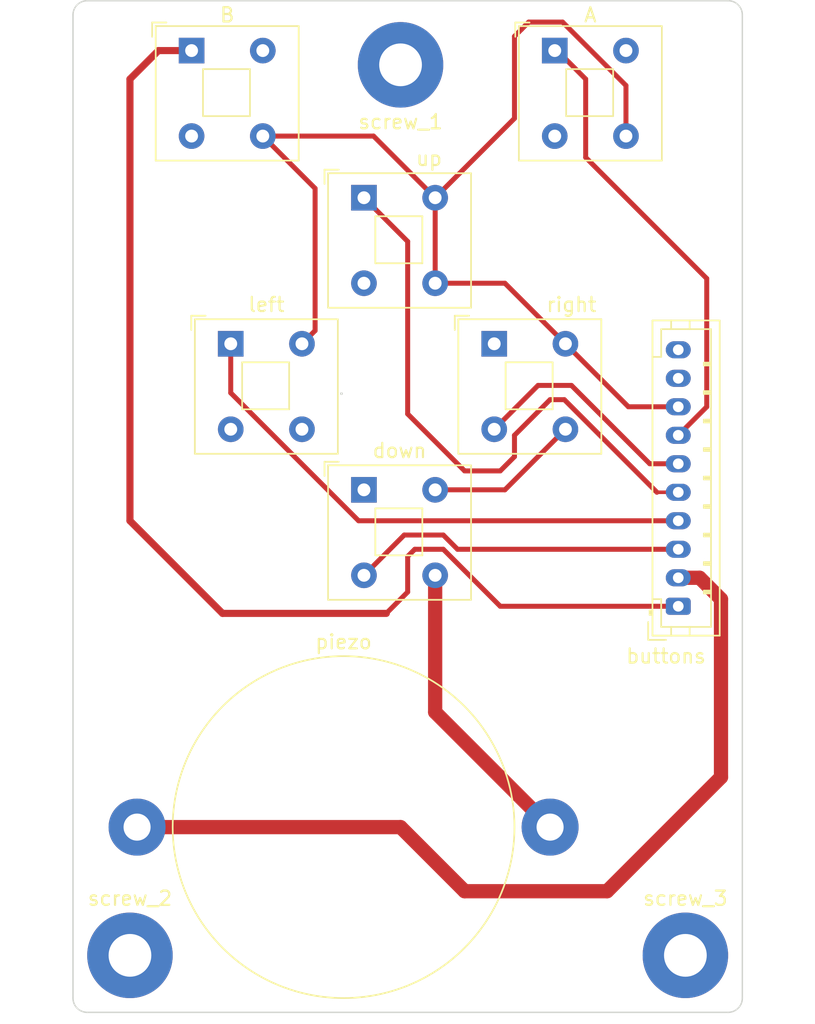
<source format=kicad_pcb>
(kicad_pcb (version 20211014) (generator pcbnew)
  (layers (0 "F.Cu" signal) (31 "B.Cu" signal) (34 "B.Paste" user) (35 "F.Paste" user) (36 "B.SilkS" user "B.Silkscreen") (37 "F.SilkS" user "F.Silkscreen") (38 "B.Mask" user) (39 "F.Mask" user) (44 "Edge.Cuts" user))
  (net 0 "")
  (net 1 "Net-(A1-Pad1)")
  (net 4 "Net-(B1-Pad1)")
  (net 8 "Net-(Down1-Pad2)")
  (net 9 "Net-(Down1-Pad3)")
  (net 10 "Net-(Left1-Pad1)")
  (net 12 "Net-(Tlacitka1-Pad2)")
  (net 14 "Net-(Right1-Pad3)")
  (net 15 "Net-(Up1-Pad1)")
  (net 19 "Net-(Piezo1-Pad1)")
  (net 20 "Net-(A1-Pad4)")
  (footprint "MountingHole:MountingHole_3mm_Pad" (layer "F.Cu") (at 133 65)
    (fp_text reference "screw_1" (at 0 4) (layer "F.SilkS"))
    (fp_text value "MountingHole_3mm_Pad")
    (pad "1" thru_hole circle (at 0 0) (size 6 6) (drill 3) (layers *.Cu *.Mask))
  )
  (footprint "Button_Switch_THT:SW_Push_2P1T_Toggle_CK_PVA1xxH1xxxxxxV2" (layer "F.Cu") (at 121.0775 84.5775)
    (fp_text reference "left" (at 2.5 -2.75) (layer "F.SilkS"))
    (fp_text value "SW_Push_Dual")
    (fp_line (start 7.52 7.72) (end -2.52 7.72) (layer "F.SilkS") (width 0.12))
    (fp_line (start 7.52 -1.72) (end -2.52 -1.72) (layer "F.SilkS") (width 0.12))
    (fp_line (start 4.1 1.3) (end 0.8 1.3) (layer "F.SilkS") (width 0.12))
    (fp_line (start 0.8 1.3) (end 0.8 4.6) (layer "F.SilkS") (width 0.12))
    (fp_line (start -2.52 7.72) (end -2.52 -1.72) (layer "F.SilkS") (width 0.12))
    (fp_line (start 7.52 7.72) (end 7.52 -1.72) (layer "F.SilkS") (width 0.12))
    (fp_line (start -2.77 -0.97) (end -2.77 -1.97) (layer "F.SilkS") (width 0.12))
    (fp_line (start 4.1 1.3) (end 4.1 4.6) (layer "F.SilkS") (width 0.12))
    (fp_line (start 4.1 4.6) (end 0.8 4.6) (layer "F.SilkS") (width 0.12))
    (fp_line (start -1.77 -1.97) (end -2.77 -1.97) (layer "F.SilkS") (width 0.12))
    (pad "1" thru_hole rect (at 0 0) (size 1.8 1.8) (drill 0.9) (layers *.Cu *.Mask) (net 10 "Net-(Left1-Pad1)"))
    (pad "2" thru_hole circle (at 5 0) (size 1.8 1.8) (drill 0.9) (layers *.Cu *.Mask) (net 20 "Net-(A1-Pad4)"))
    (pad "3" thru_hole circle (at 0 6) (size 1.8 1.8) (drill 0.9) (layers *.Cu *.Mask))
    (pad "4" thru_hole circle (at 5 6) (size 1.8 1.8) (drill 0.9) (layers *.Cu *.Mask))
  )
  (footprint "Button_Switch_THT:SW_Push_2P1T_Toggle_CK_PVA1xxH1xxxxxxV2" (layer "F.Cu") (at 118.328 64)
    (fp_text reference "B" (at 2.5 -2.5) (layer "F.SilkS"))
    (fp_text value "SW_Push_Dual")
    (fp_line (start -1.77 -1.97) (end -2.77 -1.97) (layer "F.SilkS") (width 0.12))
    (fp_line (start 7.52 -1.72) (end -2.52 -1.72) (layer "F.SilkS") (width 0.12))
    (fp_line (start 4.1 1.3) (end 0.8 1.3) (layer "F.SilkS") (width 0.12))
    (fp_line (start 7.52 7.72) (end 7.52 -1.72) (layer "F.SilkS") (width 0.12))
    (fp_line (start 0.8 1.3) (end 0.8 4.6) (layer "F.SilkS") (width 0.12))
    (fp_line (start 4.1 1.3) (end 4.1 4.6) (layer "F.SilkS") (width 0.12))
    (fp_line (start -2.52 7.72) (end -2.52 -1.72) (layer "F.SilkS") (width 0.12))
    (fp_line (start -2.77 -0.97) (end -2.77 -1.97) (layer "F.SilkS") (width 0.12))
    (fp_line (start 4.1 4.6) (end 0.8 4.6) (layer "F.SilkS") (width 0.12))
    (fp_line (start 7.52 7.72) (end -2.52 7.72) (layer "F.SilkS") (width 0.12))
    (pad "1" thru_hole rect (at 0 0) (size 1.8 1.8) (drill 0.9) (layers *.Cu *.Mask) (net 4 "Net-(B1-Pad1)"))
    (pad "2" thru_hole circle (at 5 0) (size 1.8 1.8) (drill 0.9) (layers *.Cu *.Mask))
    (pad "3" thru_hole circle (at 0 6) (size 1.8 1.8) (drill 0.9) (layers *.Cu *.Mask))
    (pad "4" thru_hole circle (at 5 6) (size 1.8 1.8) (drill 0.9) (layers *.Cu *.Mask) (net 20 "Net-(A1-Pad4)"))
  )
  (footprint "Button_Switch_THT:SW_Push_2P1T_Toggle_CK_PVA1xxH1xxxxxxV2" (layer "F.Cu") (at 139.5775 84.5775)
    (fp_text reference "right" (at 5.4225 -2.75) (layer "F.SilkS"))
    (fp_text value "SW_Push_Dual")
    (fp_line (start -2.77 -0.97) (end -2.77 -1.97) (layer "F.SilkS") (width 0.12))
    (fp_line (start 4.1 1.3) (end 0.8 1.3) (layer "F.SilkS") (width 0.12))
    (fp_line (start 7.52 7.72) (end 7.52 -1.72) (layer "F.SilkS") (width 0.12))
    (fp_line (start -1.77 -1.97) (end -2.77 -1.97) (layer "F.SilkS") (width 0.12))
    (fp_line (start 7.52 -1.72) (end -2.52 -1.72) (layer "F.SilkS") (width 0.12))
    (fp_line (start 4.1 1.3) (end 4.1 4.6) (layer "F.SilkS") (width 0.12))
    (fp_line (start 7.52 7.72) (end -2.52 7.72) (layer "F.SilkS") (width 0.12))
    (fp_line (start -2.52 7.72) (end -2.52 -1.72) (layer "F.SilkS") (width 0.12))
    (fp_line (start 4.1 4.6) (end 0.8 4.6) (layer "F.SilkS") (width 0.12))
    (fp_line (start 0.8 1.3) (end 0.8 4.6) (layer "F.SilkS") (width 0.12))
    (pad "1" thru_hole rect (at 0 0) (size 1.8 1.8) (drill 0.9) (layers *.Cu *.Mask))
    (pad "2" thru_hole circle (at 5 0) (size 1.8 1.8) (drill 0.9) (layers *.Cu *.Mask) (net 20 "Net-(A1-Pad4)"))
    (pad "3" thru_hole circle (at 0 6) (size 1.8 1.8) (drill 0.9) (layers *.Cu *.Mask) (net 14 "Net-(Right1-Pad3)"))
    (pad "4" thru_hole circle (at 5 6) (size 1.8 1.8) (drill 0.9) (layers *.Cu *.Mask) (net 8 "Net-(Down1-Pad2)"))
  )
  (footprint "urx_0_5_library:Piezo_KPEG110" (layer "F.Cu") (at 129 118.5)
    (fp_text reference "piezo" (at 0 -13 unlocked) (layer "F.SilkS"))
    (fp_text value "Piezo_KPEG110")
    (fp_circle (center 0 0) (end 0 -12) (layer "F.SilkS") (width 0.12) (fill none))
    (pad "1" thru_hole circle (at 14.5 0) (size 4 4) (drill 1.9) (layers *.Cu *.Mask) (net 19 "Net-(Piezo1-Pad1)"))
    (pad "2" thru_hole circle (at -14.5 0) (size 4 4) (drill 1.9) (layers *.Cu *.Mask) (net 12 "Net-(Tlacitka1-Pad2)"))
  )
  (footprint "MountingHole:MountingHole_3mm_Pad" (layer "F.Cu") (at 153 127.5)
    (fp_text reference "screw_3" (at 0 -4) (layer "F.SilkS"))
    (fp_text value "MountingHole_3mm_Pad")
    (pad "1" thru_hole circle (at 0 0) (size 6 6) (drill 3) (layers *.Cu *.Mask))
  )
  (footprint "Button_Switch_THT:SW_Push_2P1T_Toggle_CK_PVA1xxH1xxxxxxV2" (layer "F.Cu") (at 130.4305 94.8275)
    (fp_text reference "down" (at 2.5 -2.75) (layer "F.SilkS"))
    (fp_text value "SW_Push_Dual")
    (fp_line (start 7.52 7.72) (end -2.52 7.72) (layer "F.SilkS") (width 0.12))
    (fp_line (start 4.1 1.3) (end 0.8 1.3) (layer "F.SilkS") (width 0.12))
    (fp_line (start 4.1 1.3) (end 4.1 4.6) (layer "F.SilkS") (width 0.12))
    (fp_line (start -1.77 -1.97) (end -2.77 -1.97) (layer "F.SilkS") (width 0.12))
    (fp_line (start 4.1 4.6) (end 0.8 4.6) (layer "F.SilkS") (width 0.12))
    (fp_line (start -2.77 -0.97) (end -2.77 -1.97) (layer "F.SilkS") (width 0.12))
    (fp_line (start 7.52 7.72) (end 7.52 -1.72) (layer "F.SilkS") (width 0.12))
    (fp_line (start -2.52 7.72) (end -2.52 -1.72) (layer "F.SilkS") (width 0.12))
    (fp_line (start 0.8 1.3) (end 0.8 4.6) (layer "F.SilkS") (width 0.12))
    (fp_line (start 7.52 -1.72) (end -2.52 -1.72) (layer "F.SilkS") (width 0.12))
    (pad "1" thru_hole rect (at 0 0) (size 1.8 1.8) (drill 0.9) (layers *.Cu *.Mask))
    (pad "2" thru_hole circle (at 5 0) (size 1.8 1.8) (drill 0.9) (layers *.Cu *.Mask) (net 8 "Net-(Down1-Pad2)"))
    (pad "3" thru_hole circle (at 0 6) (size 1.8 1.8) (drill 0.9) (layers *.Cu *.Mask) (net 9 "Net-(Down1-Pad3)"))
    (pad "4" thru_hole circle (at 5 6) (size 1.8 1.8) (drill 0.9) (layers *.Cu *.Mask) (net 19 "Net-(Piezo1-Pad1)"))
  )
  (footprint "Button_Switch_THT:SW_Push_2P1T_Toggle_CK_PVA1xxH1xxxxxxV2" (layer "F.Cu") (at 130.4305 74.3275)
    (fp_text reference "up" (at 4.5695 -2.75) (layer "F.SilkS"))
    (fp_text value "SW_Push_Dual")
    (fp_line (start 4.1 1.3) (end 4.1 4.6) (layer "F.SilkS") (width 0.12))
    (fp_line (start 0.8 1.3) (end 0.8 4.6) (layer "F.SilkS") (width 0.12))
    (fp_line (start 7.52 7.72) (end -2.52 7.72) (layer "F.SilkS") (width 0.12))
    (fp_line (start 7.52 -1.72) (end -2.52 -1.72) (layer "F.SilkS") (width 0.12))
    (fp_line (start 7.52 7.72) (end 7.52 -1.72) (layer "F.SilkS") (width 0.12))
    (fp_line (start -2.77 -0.97) (end -2.77 -1.97) (layer "F.SilkS") (width 0.12))
    (fp_line (start 4.1 4.6) (end 0.8 4.6) (layer "F.SilkS") (width 0.12))
    (fp_line (start 4.1 1.3) (end 0.8 1.3) (layer "F.SilkS") (width 0.12))
    (fp_line (start -2.52 7.72) (end -2.52 -1.72) (layer "F.SilkS") (width 0.12))
    (fp_line (start -1.77 -1.97) (end -2.77 -1.97) (layer "F.SilkS") (width 0.12))
    (pad "1" thru_hole rect (at 0 0) (size 1.8 1.8) (drill 0.9) (layers *.Cu *.Mask) (net 15 "Net-(Up1-Pad1)"))
    (pad "2" thru_hole circle (at 5 0) (size 1.8 1.8) (drill 0.9) (layers *.Cu *.Mask) (net 20 "Net-(A1-Pad4)"))
    (pad "3" thru_hole circle (at 0 6) (size 1.8 1.8) (drill 0.9) (layers *.Cu *.Mask))
    (pad "4" thru_hole circle (at 5 6) (size 1.8 1.8) (drill 0.9) (layers *.Cu *.Mask) (net 20 "Net-(A1-Pad4)"))
  )
  (footprint "Button_Switch_THT:SW_Push_2P1T_Toggle_CK_PVA1xxH1xxxxxxV2" (layer "F.Cu") (at 143.828 64)
    (fp_text reference "A" (at 2.5 -2.5) (layer "F.SilkS"))
    (fp_text value "SW_Push_Dual")
    (fp_line (start 4.1 1.3) (end 4.1 4.6) (layer "F.SilkS") (width 0.12))
    (fp_line (start 0.8 1.3) (end 0.8 4.6) (layer "F.SilkS") (width 0.12))
    (fp_line (start 4.1 4.6) (end 0.8 4.6) (layer "F.SilkS") (width 0.12))
    (fp_line (start 7.52 7.72) (end 7.52 -1.72) (layer "F.SilkS") (width 0.12))
    (fp_line (start 4.1 1.3) (end 0.8 1.3) (layer "F.SilkS") (width 0.12))
    (fp_line (start -2.77 -0.97) (end -2.77 -1.97) (layer "F.SilkS") (width 0.12))
    (fp_line (start -1.77 -1.97) (end -2.77 -1.97) (layer "F.SilkS") (width 0.12))
    (fp_line (start 7.52 7.72) (end -2.52 7.72) (layer "F.SilkS") (width 0.12))
    (fp_line (start 7.52 -1.72) (end -2.52 -1.72) (layer "F.SilkS") (width 0.12))
    (fp_line (start -2.52 7.72) (end -2.52 -1.72) (layer "F.SilkS") (width 0.12))
    (pad "1" thru_hole rect (at 0 0) (size 1.8 1.8) (drill 0.9) (layers *.Cu *.Mask) (net 1 "Net-(A1-Pad1)"))
    (pad "2" thru_hole circle (at 5 0) (size 1.8 1.8) (drill 0.9) (layers *.Cu *.Mask))
    (pad "3" thru_hole circle (at 0 6) (size 1.8 1.8) (drill 0.9) (layers *.Cu *.Mask))
    (pad "4" thru_hole circle (at 5 6) (size 1.8 1.8) (drill 0.9) (layers *.Cu *.Mask) (net 20 "Net-(A1-Pad4)"))
  )
  (footprint "MountingHole:MountingHole_3mm_Pad" (layer "F.Cu") (at 114 127.5)
    (fp_text reference "screw_2" (at 0 -4) (layer "F.SilkS"))
    (fp_text value "MountingHole_3mm_Pad")
    (pad "1" thru_hole circle (at 0 0) (size 6 6) (drill 3) (layers *.Cu *.Mask))
  )
  (footprint "Connector_JST:JST_PH_B10B-PH-K_1x10_P2.00mm_Vertical" (layer "F.Cu") (at 152.5 103 90)
    (fp_text reference "buttons" (at -3.5 -0.86 180) (layer "F.SilkS"))
    (fp_text value "10_pin")
    (fp_line (start 19.45 2.3) (end 19.45 -1.2) (layer "F.SilkS") (width 0.12))
    (fp_line (start -0.3 -1.81) (end -0.3 -2.01) (layer "F.SilkS") (width 0.12))
    (fp_line (start 8.9 2.3) (end 8.9 1.8) (layer "F.SilkS") (width 0.12))
    (fp_line (start 20.06 -0.5) (end 19.45 -0.5) (layer "F.SilkS") (width 0.12))
    (fp_line (start 3.1 1.8) (end 3.1 2.3) (layer "F.SilkS") (width 0.12))
    (fp_line (start 15.1 1.8) (end 15.1 2.3) (layer "F.SilkS") (width 0.12))
    (fp_line (start -2.36 -2.11) (end -2.36 -0.86) (layer "F.SilkS") (width 0.12))
    (fp_line (start 14.9 1.8) (end 15.1 1.8) (layer "F.SilkS") (width 0.12))
    (fp_line (start -0.6 -2.01) (end -0.6 -1.81) (layer "F.SilkS") (width 0.12))
    (fp_line (start 9.1 1.8) (end 9.1 2.3) (layer "F.SilkS") (width 0.12))
    (fp_line (start 7 2.3) (end 7 1.8) (layer "F.SilkS") (width 0.12))
    (fp_line (start 17.1 1.8) (end 17.1 2.3) (layer "F.SilkS") (width 0.12))
    (fp_line (start 1.1 1.8) (end 1.1 2.3) (layer "F.SilkS") (width 0.12))
    (fp_line (start 16.9 1.8) (end 17.1 1.8) (layer "F.SilkS") (width 0.12))
    (fp_line (start 16.9 2.3) (end 16.9 1.8) (layer "F.SilkS") (width 0.12))
    (fp_line (start -2.06 -1.81) (end -2.06 2.91) (layer "F.SilkS") (width 0.12))
    (fp_line (start -2.06 2.91) (end 20.06 2.91) (layer "F.SilkS") (width 0.12))
    (fp_line (start 6.9 2.3) (end 6.9 1.8) (layer "F.SilkS") (width 0.12))
    (fp_line (start 0.9 2.3) (end 0.9 1.8) (layer "F.SilkS") (width 0.12))
    (fp_line (start 10.9 2.3) (end 10.9 1.8) (layer "F.SilkS") (width 0.12))
    (fp_line (start -0.3 -2.01) (end -0.6 -2.01) (layer "F.SilkS") (width 0.12))
    (fp_line (start 7.1 1.8) (end 7.1 2.3) (layer "F.SilkS") (width 0.12))
    (fp_line (start -1.45 -1.2) (end -1.45 2.3) (layer "F.SilkS") (width 0.12))
    (fp_line (start 2.9 1.8) (end 3.1 1.8) (layer "F.SilkS") (width 0.12))
    (fp_line (start 4.9 1.8) (end 5.1 1.8) (layer "F.SilkS") (width 0.12))
    (fp_line (start 5.1 1.8) (end 5.1 2.3) (layer "F.SilkS") (width 0.12))
    (fp_line (start 17.5 -1.2) (end 17.5 -1.81) (layer "F.SilkS") (width 0.12))
    (fp_line (start 8.9 1.8) (end 9.1 1.8) (layer "F.SilkS") (width 0.12))
    (fp_line (start -0.3 -1.91) (end -0.6 -1.91) (layer "F.SilkS") (width 0.12))
    (fp_line (start 3 2.3) (end 3 1.8) (layer "F.SilkS") (width 0.12))
    (fp_line (start 19.45 -1.2) (end 17.5 -1.2) (layer "F.SilkS") (width 0.12))
    (fp_line (start 11 2.3) (end 11 1.8) (layer "F.SilkS") (width 0.12))
    (fp_line (start 20.06 0.8) (end 19.45 0.8) (layer "F.SilkS") (width 0.12))
    (fp_line (start 6.9 1.8) (end 7.1 1.8) (layer "F.SilkS") (width 0.12))
    (fp_line (start 0.9 1.8) (end 1.1 1.8) (layer "F.SilkS") (width 0.12))
    (fp_line (start -1.45 2.3) (end 19.45 2.3) (layer "F.SilkS") (width 0.12))
    (fp_line (start -2.06 0.8) (end -1.45 0.8) (layer "F.SilkS") (width 0.12))
    (fp_line (start 1 2.3) (end 1 1.8) (layer "F.SilkS") (width 0.12))
    (fp_line (start 14.9 2.3) (end 14.9 1.8) (layer "F.SilkS") (width 0.12))
    (fp_line (start 13 2.3) (end 13 1.8) (layer "F.SilkS") (width 0.12))
    (fp_line (start 0.5 -1.2) (end -1.45 -1.2) (layer "F.SilkS") (width 0.12))
    (fp_line (start 13.1 1.8) (end 13.1 2.3) (layer "F.SilkS") (width 0.12))
    (fp_line (start 11.1 1.8) (end 11.1 2.3) (layer "F.SilkS") (width 0.12))
    (fp_line (start -2.06 -0.5) (end -1.45 -0.5) (layer "F.SilkS") (width 0.12))
    (fp_line (start 9 2.3) (end 9 1.8) (layer "F.SilkS") (width 0.12))
    (fp_line (start 0.5 -1.81) (end 0.5 -1.2) (layer "F.SilkS") (width 0.12))
    (fp_line (start 17 2.3) (end 17 1.8) (layer "F.SilkS") (width 0.12))
    (fp_line (start -1.11 -2.11) (end -2.36 -2.11) (layer "F.SilkS") (width 0.12))
    (fp_line (start 10.9 1.8) (end 11.1 1.8) (layer "F.SilkS") (width 0.12))
    (fp_line (start 12.9 2.3) (end 12.9 1.8) (layer "F.SilkS") (width 0.12))
    (fp_line (start 4.9 2.3) (end 4.9 1.8) (layer "F.SilkS") (width 0.12))
    (fp_line (start 20.06 -1.81) (end -2.06 -1.81) (layer "F.SilkS") (width 0.12))
    (fp_line (start 2.9 2.3) (end 2.9 1.8) (layer "F.SilkS") (width 0.12))
    (fp_line (start 5 2.3) (end 5 1.8) (layer "F.SilkS") (width 0.12))
    (fp_line (start 15 2.3) (end 15 1.8) (layer "F.SilkS") (width 0.12))
    (fp_line (start 20.06 2.91) (end 20.06 -1.81) (layer "F.SilkS") (width 0.12))
    (fp_line (start 12.9 1.8) (end 13.1 1.8) (layer "F.SilkS") (width 0.12))
    (pad "1" thru_hole roundrect (at 0 0 90) (size 1.2 1.75) (drill 0.75) (layers *.Cu *.Mask) (roundrect_rratio 0.2083333333) (net 4 "Net-(B1-Pad1)"))
    (pad "2" thru_hole oval (at 2 0 90) (size 1.2 1.75) (drill 0.75) (layers *.Cu *.Mask) (net 12 "Net-(Tlacitka1-Pad2)"))
    (pad "3" thru_hole oval (at 4 0 90) (size 1.2 1.75) (drill 0.75) (layers *.Cu *.Mask) (net 9 "Net-(Down1-Pad3)"))
    (pad "4" thru_hole oval (at 6 0 90) (size 1.2 1.75) (drill 0.75) (layers *.Cu *.Mask) (net 10 "Net-(Left1-Pad1)"))
    (pad "5" thru_hole oval (at 8 0 90) (size 1.2 1.75) (drill 0.75) (layers *.Cu *.Mask) (net 15 "Net-(Up1-Pad1)"))
    (pad "6" thru_hole oval (at 10 0 90) (size 1.2 1.75) (drill 0.75) (layers *.Cu *.Mask) (net 14 "Net-(Right1-Pad3)"))
    (pad "7" thru_hole oval (at 12 0 90) (size 1.2 1.75) (drill 0.75) (layers *.Cu *.Mask) (net 1 "Net-(A1-Pad1)"))
    (pad "8" thru_hole oval (at 14 0 90) (size 1.2 1.75) (drill 0.75) (layers *.Cu *.Mask) (net 20 "Net-(A1-Pad4)"))
    (pad "9" thru_hole oval (at 16 0 90) (size 1.2 1.75) (drill 0.75) (layers *.Cu *.Mask))
    (pad "10" thru_hole oval (at 18 0 90) (size 1.2 1.75) (drill 0.75) (layers *.Cu *.Mask))
  )
  (gr_circle (center 128.8525 88.0775) (end 128.8525 88.0775) (layer "Edge.Cuts") (width 0.1) (fill none))
  (gr_line (start 110 61.5) (end 110 130.5) (layer "Edge.Cuts") (width 0.1))
  (gr_arc (start 111 131.5) (mid 110.292893 131.207107) (end 110 130.5) (layer "Edge.Cuts") (width 0.1))
  (gr_line (start 157 130.5) (end 157 61.5) (layer "Edge.Cuts") (width 0.1))
  (gr_arc (start 110 61.5) (mid 110.292893 60.792893) (end 111 60.5) (layer "Edge.Cuts") (width 0.1))
  (gr_arc (start 156 60.5) (mid 156.707107 60.792893) (end 157 61.5) (layer "Edge.Cuts") (width 0.1))
  (gr_arc (start 157 130.5) (mid 156.707107 131.207107) (end 156 131.5) (layer "Edge.Cuts") (width 0.1))
  (gr_line (start 156 60.5) (end 111 60.5) (layer "Edge.Cuts") (width 0.1))
  (gr_line (start 111 131.5) (end 156 131.5) (layer "Edge.Cuts") (width 0.1))
  (segment (start 152.5 91) (end 154.5 89) (width 0.35) (layer "F.Cu") (net 1))
  (segment (start 146 71.5) (end 154.5 80) (width 0.35) (layer "F.Cu") (net 1))
  (segment (start 154.5 89) (end 154.5 80) (width 0.35) (layer "F.Cu") (net 1))
  (segment (start 146 71.5) (end 146 66) (width 0.35) (layer "F.Cu") (net 1))
  (segment (start 144 64) (end 143.828 64) (width 0.35) (layer "F.Cu") (net 1))
  (segment (start 146 66) (end 144 64) (width 0.35) (layer "F.Cu") (net 1))
  (segment (start 120.5 103.5) (end 132 103.5) (width 0.5) (layer "F.Cu") (net 4))
  (segment (start 140 103) (end 152.5 103) (width 0.35) (layer "F.Cu") (net 4))
  (segment (start 118.328 64) (end 116 64) (width 0.5) (layer "F.Cu") (net 4))
  (segment (start 116 64) (end 114 66) (width 0.5) (layer "F.Cu") (net 4))
  (segment (start 133.5 102) (end 133.5 99.5) (width 0.35) (layer "F.Cu") (net 4))
  (segment (start 136 99) (end 140 103) (width 0.35) (layer "F.Cu") (net 4))
  (segment (start 132 103.5) (end 133.5 102) (width 0.35) (layer "F.Cu") (net 4))
  (segment (start 134 99) (end 136 99) (width 0.35) (layer "F.Cu") (net 4))
  (segment (start 133.5 99.5) (end 134 99) (width 0.35) (layer "F.Cu") (net 4))
  (segment (start 114 97) (end 114 66) (width 0.5) (layer "F.Cu") (net 4))
  (segment (start 114 97) (end 120.5 103.5) (width 0.5) (layer "F.Cu") (net 4))
  (segment (start 135.4305 94.8275) (end 140.3275 94.8275) (width 0.35) (layer "F.Cu") (net 8))
  (segment (start 140.3275 94.8275) (end 144.5775 90.5775) (width 0.35) (layer "F.Cu") (net 8))
  (segment (start 152.5 99) (end 137 99) (width 0.35) (layer "F.Cu") (net 9))
  (segment (start 136 98) (end 133.258 98) (width 0.35) (layer "F.Cu") (net 9))
  (segment (start 137 99) (end 136 98) (width 0.35) (layer "F.Cu") (net 9))
  (segment (start 133.258 98) (end 130.4305 100.8275) (width 0.35) (layer "F.Cu") (net 9))
  (segment (start 130.053978 97) (end 152.5 97) (width 0.35) (layer "F.Cu") (net 10))
  (segment (start 121.0775 88.023522) (end 130.053978 97) (width 0.35) (layer "F.Cu") (net 10))
  (segment (start 121.0775 84.5775) (end 121.0775 88.023522) (width 0.35) (layer "F.Cu") (net 10))
  (segment (start 155.5 102.5) (end 154 101) (width 1) (layer "F.Cu") (net 12))
  (segment (start 137.5 123) (end 147.5 123) (width 1) (layer "F.Cu") (net 12))
  (segment (start 155.5 115) (end 155.5 102.5) (width 1) (layer "F.Cu") (net 12))
  (segment (start 133 118.5) (end 137.5 123) (width 1) (layer "F.Cu") (net 12))
  (segment (start 154 101) (end 152.5 101) (width 1) (layer "F.Cu") (net 12))
  (segment (start 147.5 123) (end 155.5 115) (width 1) (layer "F.Cu") (net 12))
  (segment (start 114.5 118.5) (end 133 118.5) (width 1) (layer "F.Cu") (net 12))
  (segment (start 152.5 93) (end 150.5 93) (width 0.35) (layer "F.Cu") (net 14))
  (segment (start 142.655 87.5) (end 139.5775 90.5775) (width 0.35) (layer "F.Cu") (net 14))
  (segment (start 150.5 93) (end 145 87.5) (width 0.35) (layer "F.Cu") (net 14))
  (segment (start 145 87.5) (end 142.655 87.5) (width 0.35) (layer "F.Cu") (net 14))
  (segment (start 151 95) (end 144.5 88.5) (width 0.35) (layer "F.Cu") (net 15))
  (segment (start 140 93.5) (end 137.5 93.5) (width 0.35) (layer "F.Cu") (net 15))
  (segment (start 143.5 88.5) (end 141 91) (width 0.35) (layer "F.Cu") (net 15))
  (segment (start 141 92.5) (end 140 93.5) (width 0.35) (layer "F.Cu") (net 15))
  (segment (start 133.5 89.5) (end 133.5 77.397) (width 0.35) (layer "F.Cu") (net 15))
  (segment (start 152.5 95) (end 151 95) (width 0.25) (layer "F.Cu") (net 15))
  (segment (start 144.5 88.5) (end 143.5 88.5) (width 0.35) (layer "F.Cu") (net 15))
  (segment (start 133.5 77.397) (end 130.4305 74.3275) (width 0.35) (layer "F.Cu") (net 15))
  (segment (start 137.5 93.5) (end 133.5 89.5) (width 0.35) (layer "F.Cu") (net 15))
  (segment (start 141 91) (end 141 92.5) (width 0.35) (layer "F.Cu") (net 15))
  (segment (start 135.4305 110.4305) (end 143.5 118.5) (width 1) (layer "F.Cu") (net 19))
  (segment (start 135.4305 100.8275) (end 135.4305 110.4305) (width 1) (layer "F.Cu") (net 19))
  (segment (start 135.4305 80.3275) (end 135.4305 74.3275) (width 0.35) (layer "F.Cu") (net 20))
  (segment (start 131.103 70) (end 123.328 70) (width 0.35) (layer "F.Cu") (net 20))
  (segment (start 141 68.758) (end 135.4305 74.3275) (width 0.35) (layer "F.Cu") (net 20))
  (segment (start 140.3275 80.3275) (end 135.4305 80.3275) (width 0.35) (layer "F.Cu") (net 20))
  (segment (start 149 89) (end 144.5775 84.5775) (width 0.35) (layer "F.Cu") (net 20))
  (segment (start 148.828 66.450978) (end 148.828 70) (width 0.35) (layer "F.Cu") (net 20))
  (segment (start 141.5 62.5) (end 142 62) (width 0.35) (layer "F.Cu") (net 20))
  (segment (start 144.5775 84.5775) (end 140.3275 80.3275) (width 0.35) (layer "F.Cu") (net 20))
  (segment (start 152.5 89) (end 149 89) (width 0.35) (layer "F.Cu") (net 20))
  (segment (start 144.377022 62) (end 148.828 66.450978) (width 0.35) (layer "F.Cu") (net 20))
  (segment (start 141 63) (end 141 68.758) (width 0.35) (layer "F.Cu") (net 20))
  (segment (start 135.4305 74.3275) (end 131.103 70) (width 0.35) (layer "F.Cu") (net 20))
  (segment (start 142 62) (end 144.377022 62) (width 0.35) (layer "F.Cu") (net 20))
  (segment (start 126.0775 84.5775) (end 127 83.655) (width 0.35) (layer "F.Cu") (net 20))
  (segment (start 127 73.672) (end 123.328 70) (width 0.35) (layer "F.Cu") (net 20))
  (segment (start 127 83.655) (end 127 73.672) (width 0.35) (layer "F.Cu") (net 20))
  (segment (start 141.5 62.5) (end 141 63) (width 0.35) (layer "F.Cu") (net 20))
)
</source>
